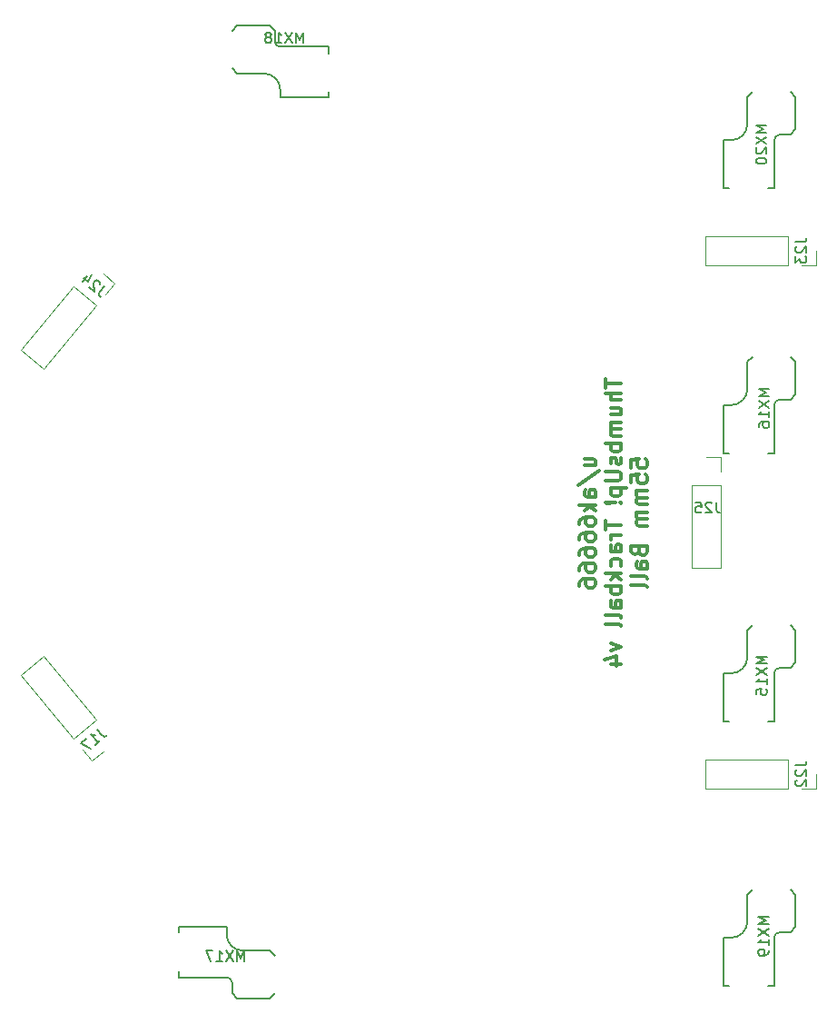
<source format=gbr>
G04 #@! TF.GenerationSoftware,KiCad,Pcbnew,9.0.2*
G04 #@! TF.CreationDate,2025-10-02T21:34:41-04:00*
G04 #@! TF.ProjectId,Trackball,54726163-6b62-4616-9c6c-2e6b69636164,rev?*
G04 #@! TF.SameCoordinates,Original*
G04 #@! TF.FileFunction,Legend,Bot*
G04 #@! TF.FilePolarity,Positive*
%FSLAX46Y46*%
G04 Gerber Fmt 4.6, Leading zero omitted, Abs format (unit mm)*
G04 Created by KiCad (PCBNEW 9.0.2) date 2025-10-02 21:34:41*
%MOMM*%
%LPD*%
G01*
G04 APERTURE LIST*
%ADD10C,0.300000*%
%ADD11C,0.150000*%
%ADD12C,0.120000*%
G04 APERTURE END LIST*
D10*
X426370996Y-97278572D02*
X427370996Y-97278572D01*
X426370996Y-96635714D02*
X427156710Y-96635714D01*
X427156710Y-96635714D02*
X427299568Y-96707143D01*
X427299568Y-96707143D02*
X427370996Y-96850000D01*
X427370996Y-96850000D02*
X427370996Y-97064286D01*
X427370996Y-97064286D02*
X427299568Y-97207143D01*
X427299568Y-97207143D02*
X427228139Y-97278572D01*
X425799568Y-99064286D02*
X427728139Y-97778572D01*
X427370996Y-100207144D02*
X426585282Y-100207144D01*
X426585282Y-100207144D02*
X426442425Y-100135715D01*
X426442425Y-100135715D02*
X426370996Y-99992858D01*
X426370996Y-99992858D02*
X426370996Y-99707144D01*
X426370996Y-99707144D02*
X426442425Y-99564286D01*
X427299568Y-100207144D02*
X427370996Y-100064286D01*
X427370996Y-100064286D02*
X427370996Y-99707144D01*
X427370996Y-99707144D02*
X427299568Y-99564286D01*
X427299568Y-99564286D02*
X427156710Y-99492858D01*
X427156710Y-99492858D02*
X427013853Y-99492858D01*
X427013853Y-99492858D02*
X426870996Y-99564286D01*
X426870996Y-99564286D02*
X426799568Y-99707144D01*
X426799568Y-99707144D02*
X426799568Y-100064286D01*
X426799568Y-100064286D02*
X426728139Y-100207144D01*
X427370996Y-100921429D02*
X425870996Y-100921429D01*
X426799568Y-101064287D02*
X427370996Y-101492858D01*
X426370996Y-101492858D02*
X426942425Y-100921429D01*
X425870996Y-102778573D02*
X425870996Y-102492858D01*
X425870996Y-102492858D02*
X425942425Y-102350001D01*
X425942425Y-102350001D02*
X426013853Y-102278573D01*
X426013853Y-102278573D02*
X426228139Y-102135715D01*
X426228139Y-102135715D02*
X426513853Y-102064287D01*
X426513853Y-102064287D02*
X427085282Y-102064287D01*
X427085282Y-102064287D02*
X427228139Y-102135715D01*
X427228139Y-102135715D02*
X427299568Y-102207144D01*
X427299568Y-102207144D02*
X427370996Y-102350001D01*
X427370996Y-102350001D02*
X427370996Y-102635715D01*
X427370996Y-102635715D02*
X427299568Y-102778573D01*
X427299568Y-102778573D02*
X427228139Y-102850001D01*
X427228139Y-102850001D02*
X427085282Y-102921430D01*
X427085282Y-102921430D02*
X426728139Y-102921430D01*
X426728139Y-102921430D02*
X426585282Y-102850001D01*
X426585282Y-102850001D02*
X426513853Y-102778573D01*
X426513853Y-102778573D02*
X426442425Y-102635715D01*
X426442425Y-102635715D02*
X426442425Y-102350001D01*
X426442425Y-102350001D02*
X426513853Y-102207144D01*
X426513853Y-102207144D02*
X426585282Y-102135715D01*
X426585282Y-102135715D02*
X426728139Y-102064287D01*
X425870996Y-104207144D02*
X425870996Y-103921429D01*
X425870996Y-103921429D02*
X425942425Y-103778572D01*
X425942425Y-103778572D02*
X426013853Y-103707144D01*
X426013853Y-103707144D02*
X426228139Y-103564286D01*
X426228139Y-103564286D02*
X426513853Y-103492858D01*
X426513853Y-103492858D02*
X427085282Y-103492858D01*
X427085282Y-103492858D02*
X427228139Y-103564286D01*
X427228139Y-103564286D02*
X427299568Y-103635715D01*
X427299568Y-103635715D02*
X427370996Y-103778572D01*
X427370996Y-103778572D02*
X427370996Y-104064286D01*
X427370996Y-104064286D02*
X427299568Y-104207144D01*
X427299568Y-104207144D02*
X427228139Y-104278572D01*
X427228139Y-104278572D02*
X427085282Y-104350001D01*
X427085282Y-104350001D02*
X426728139Y-104350001D01*
X426728139Y-104350001D02*
X426585282Y-104278572D01*
X426585282Y-104278572D02*
X426513853Y-104207144D01*
X426513853Y-104207144D02*
X426442425Y-104064286D01*
X426442425Y-104064286D02*
X426442425Y-103778572D01*
X426442425Y-103778572D02*
X426513853Y-103635715D01*
X426513853Y-103635715D02*
X426585282Y-103564286D01*
X426585282Y-103564286D02*
X426728139Y-103492858D01*
X425870996Y-105635715D02*
X425870996Y-105350000D01*
X425870996Y-105350000D02*
X425942425Y-105207143D01*
X425942425Y-105207143D02*
X426013853Y-105135715D01*
X426013853Y-105135715D02*
X426228139Y-104992857D01*
X426228139Y-104992857D02*
X426513853Y-104921429D01*
X426513853Y-104921429D02*
X427085282Y-104921429D01*
X427085282Y-104921429D02*
X427228139Y-104992857D01*
X427228139Y-104992857D02*
X427299568Y-105064286D01*
X427299568Y-105064286D02*
X427370996Y-105207143D01*
X427370996Y-105207143D02*
X427370996Y-105492857D01*
X427370996Y-105492857D02*
X427299568Y-105635715D01*
X427299568Y-105635715D02*
X427228139Y-105707143D01*
X427228139Y-105707143D02*
X427085282Y-105778572D01*
X427085282Y-105778572D02*
X426728139Y-105778572D01*
X426728139Y-105778572D02*
X426585282Y-105707143D01*
X426585282Y-105707143D02*
X426513853Y-105635715D01*
X426513853Y-105635715D02*
X426442425Y-105492857D01*
X426442425Y-105492857D02*
X426442425Y-105207143D01*
X426442425Y-105207143D02*
X426513853Y-105064286D01*
X426513853Y-105064286D02*
X426585282Y-104992857D01*
X426585282Y-104992857D02*
X426728139Y-104921429D01*
X425870996Y-107064286D02*
X425870996Y-106778571D01*
X425870996Y-106778571D02*
X425942425Y-106635714D01*
X425942425Y-106635714D02*
X426013853Y-106564286D01*
X426013853Y-106564286D02*
X426228139Y-106421428D01*
X426228139Y-106421428D02*
X426513853Y-106350000D01*
X426513853Y-106350000D02*
X427085282Y-106350000D01*
X427085282Y-106350000D02*
X427228139Y-106421428D01*
X427228139Y-106421428D02*
X427299568Y-106492857D01*
X427299568Y-106492857D02*
X427370996Y-106635714D01*
X427370996Y-106635714D02*
X427370996Y-106921428D01*
X427370996Y-106921428D02*
X427299568Y-107064286D01*
X427299568Y-107064286D02*
X427228139Y-107135714D01*
X427228139Y-107135714D02*
X427085282Y-107207143D01*
X427085282Y-107207143D02*
X426728139Y-107207143D01*
X426728139Y-107207143D02*
X426585282Y-107135714D01*
X426585282Y-107135714D02*
X426513853Y-107064286D01*
X426513853Y-107064286D02*
X426442425Y-106921428D01*
X426442425Y-106921428D02*
X426442425Y-106635714D01*
X426442425Y-106635714D02*
X426513853Y-106492857D01*
X426513853Y-106492857D02*
X426585282Y-106421428D01*
X426585282Y-106421428D02*
X426728139Y-106350000D01*
X425870996Y-108492857D02*
X425870996Y-108207142D01*
X425870996Y-108207142D02*
X425942425Y-108064285D01*
X425942425Y-108064285D02*
X426013853Y-107992857D01*
X426013853Y-107992857D02*
X426228139Y-107849999D01*
X426228139Y-107849999D02*
X426513853Y-107778571D01*
X426513853Y-107778571D02*
X427085282Y-107778571D01*
X427085282Y-107778571D02*
X427228139Y-107849999D01*
X427228139Y-107849999D02*
X427299568Y-107921428D01*
X427299568Y-107921428D02*
X427370996Y-108064285D01*
X427370996Y-108064285D02*
X427370996Y-108349999D01*
X427370996Y-108349999D02*
X427299568Y-108492857D01*
X427299568Y-108492857D02*
X427228139Y-108564285D01*
X427228139Y-108564285D02*
X427085282Y-108635714D01*
X427085282Y-108635714D02*
X426728139Y-108635714D01*
X426728139Y-108635714D02*
X426585282Y-108564285D01*
X426585282Y-108564285D02*
X426513853Y-108492857D01*
X426513853Y-108492857D02*
X426442425Y-108349999D01*
X426442425Y-108349999D02*
X426442425Y-108064285D01*
X426442425Y-108064285D02*
X426513853Y-107921428D01*
X426513853Y-107921428D02*
X426585282Y-107849999D01*
X426585282Y-107849999D02*
X426728139Y-107778571D01*
X428285912Y-89171429D02*
X428285912Y-90028572D01*
X429785912Y-89600000D02*
X428285912Y-89600000D01*
X429785912Y-90528571D02*
X428285912Y-90528571D01*
X429785912Y-91171429D02*
X429000198Y-91171429D01*
X429000198Y-91171429D02*
X428857341Y-91100000D01*
X428857341Y-91100000D02*
X428785912Y-90957143D01*
X428785912Y-90957143D02*
X428785912Y-90742857D01*
X428785912Y-90742857D02*
X428857341Y-90600000D01*
X428857341Y-90600000D02*
X428928769Y-90528571D01*
X428785912Y-92528572D02*
X429785912Y-92528572D01*
X428785912Y-91885714D02*
X429571626Y-91885714D01*
X429571626Y-91885714D02*
X429714484Y-91957143D01*
X429714484Y-91957143D02*
X429785912Y-92100000D01*
X429785912Y-92100000D02*
X429785912Y-92314286D01*
X429785912Y-92314286D02*
X429714484Y-92457143D01*
X429714484Y-92457143D02*
X429643055Y-92528572D01*
X429785912Y-93242857D02*
X428785912Y-93242857D01*
X428928769Y-93242857D02*
X428857341Y-93314286D01*
X428857341Y-93314286D02*
X428785912Y-93457143D01*
X428785912Y-93457143D02*
X428785912Y-93671429D01*
X428785912Y-93671429D02*
X428857341Y-93814286D01*
X428857341Y-93814286D02*
X429000198Y-93885715D01*
X429000198Y-93885715D02*
X429785912Y-93885715D01*
X429000198Y-93885715D02*
X428857341Y-93957143D01*
X428857341Y-93957143D02*
X428785912Y-94100000D01*
X428785912Y-94100000D02*
X428785912Y-94314286D01*
X428785912Y-94314286D02*
X428857341Y-94457143D01*
X428857341Y-94457143D02*
X429000198Y-94528572D01*
X429000198Y-94528572D02*
X429785912Y-94528572D01*
X429785912Y-95242857D02*
X428285912Y-95242857D01*
X428857341Y-95242857D02*
X428785912Y-95385715D01*
X428785912Y-95385715D02*
X428785912Y-95671429D01*
X428785912Y-95671429D02*
X428857341Y-95814286D01*
X428857341Y-95814286D02*
X428928769Y-95885715D01*
X428928769Y-95885715D02*
X429071626Y-95957143D01*
X429071626Y-95957143D02*
X429500198Y-95957143D01*
X429500198Y-95957143D02*
X429643055Y-95885715D01*
X429643055Y-95885715D02*
X429714484Y-95814286D01*
X429714484Y-95814286D02*
X429785912Y-95671429D01*
X429785912Y-95671429D02*
X429785912Y-95385715D01*
X429785912Y-95385715D02*
X429714484Y-95242857D01*
X429714484Y-96528572D02*
X429785912Y-96671429D01*
X429785912Y-96671429D02*
X429785912Y-96957143D01*
X429785912Y-96957143D02*
X429714484Y-97100000D01*
X429714484Y-97100000D02*
X429571626Y-97171429D01*
X429571626Y-97171429D02*
X429500198Y-97171429D01*
X429500198Y-97171429D02*
X429357341Y-97100000D01*
X429357341Y-97100000D02*
X429285912Y-96957143D01*
X429285912Y-96957143D02*
X429285912Y-96742858D01*
X429285912Y-96742858D02*
X429214484Y-96600000D01*
X429214484Y-96600000D02*
X429071626Y-96528572D01*
X429071626Y-96528572D02*
X429000198Y-96528572D01*
X429000198Y-96528572D02*
X428857341Y-96600000D01*
X428857341Y-96600000D02*
X428785912Y-96742858D01*
X428785912Y-96742858D02*
X428785912Y-96957143D01*
X428785912Y-96957143D02*
X428857341Y-97100000D01*
X428285912Y-97814286D02*
X429500198Y-97814286D01*
X429500198Y-97814286D02*
X429643055Y-97885715D01*
X429643055Y-97885715D02*
X429714484Y-97957144D01*
X429714484Y-97957144D02*
X429785912Y-98100001D01*
X429785912Y-98100001D02*
X429785912Y-98385715D01*
X429785912Y-98385715D02*
X429714484Y-98528572D01*
X429714484Y-98528572D02*
X429643055Y-98600001D01*
X429643055Y-98600001D02*
X429500198Y-98671429D01*
X429500198Y-98671429D02*
X428285912Y-98671429D01*
X428785912Y-99385715D02*
X430285912Y-99385715D01*
X428857341Y-99385715D02*
X428785912Y-99528573D01*
X428785912Y-99528573D02*
X428785912Y-99814287D01*
X428785912Y-99814287D02*
X428857341Y-99957144D01*
X428857341Y-99957144D02*
X428928769Y-100028573D01*
X428928769Y-100028573D02*
X429071626Y-100100001D01*
X429071626Y-100100001D02*
X429500198Y-100100001D01*
X429500198Y-100100001D02*
X429643055Y-100028573D01*
X429643055Y-100028573D02*
X429714484Y-99957144D01*
X429714484Y-99957144D02*
X429785912Y-99814287D01*
X429785912Y-99814287D02*
X429785912Y-99528573D01*
X429785912Y-99528573D02*
X429714484Y-99385715D01*
X429643055Y-100742858D02*
X429714484Y-100814287D01*
X429714484Y-100814287D02*
X429785912Y-100742858D01*
X429785912Y-100742858D02*
X429714484Y-100671430D01*
X429714484Y-100671430D02*
X429643055Y-100742858D01*
X429643055Y-100742858D02*
X429785912Y-100742858D01*
X429214484Y-100742858D02*
X428357341Y-100671430D01*
X428357341Y-100671430D02*
X428285912Y-100742858D01*
X428285912Y-100742858D02*
X428357341Y-100814287D01*
X428357341Y-100814287D02*
X429214484Y-100742858D01*
X429214484Y-100742858D02*
X428285912Y-100742858D01*
X428285912Y-102385716D02*
X428285912Y-103242859D01*
X429785912Y-102814287D02*
X428285912Y-102814287D01*
X429785912Y-103742858D02*
X428785912Y-103742858D01*
X429071626Y-103742858D02*
X428928769Y-103814287D01*
X428928769Y-103814287D02*
X428857341Y-103885716D01*
X428857341Y-103885716D02*
X428785912Y-104028573D01*
X428785912Y-104028573D02*
X428785912Y-104171430D01*
X429785912Y-105314287D02*
X429000198Y-105314287D01*
X429000198Y-105314287D02*
X428857341Y-105242858D01*
X428857341Y-105242858D02*
X428785912Y-105100001D01*
X428785912Y-105100001D02*
X428785912Y-104814287D01*
X428785912Y-104814287D02*
X428857341Y-104671429D01*
X429714484Y-105314287D02*
X429785912Y-105171429D01*
X429785912Y-105171429D02*
X429785912Y-104814287D01*
X429785912Y-104814287D02*
X429714484Y-104671429D01*
X429714484Y-104671429D02*
X429571626Y-104600001D01*
X429571626Y-104600001D02*
X429428769Y-104600001D01*
X429428769Y-104600001D02*
X429285912Y-104671429D01*
X429285912Y-104671429D02*
X429214484Y-104814287D01*
X429214484Y-104814287D02*
X429214484Y-105171429D01*
X429214484Y-105171429D02*
X429143055Y-105314287D01*
X429714484Y-106671430D02*
X429785912Y-106528572D01*
X429785912Y-106528572D02*
X429785912Y-106242858D01*
X429785912Y-106242858D02*
X429714484Y-106100001D01*
X429714484Y-106100001D02*
X429643055Y-106028572D01*
X429643055Y-106028572D02*
X429500198Y-105957144D01*
X429500198Y-105957144D02*
X429071626Y-105957144D01*
X429071626Y-105957144D02*
X428928769Y-106028572D01*
X428928769Y-106028572D02*
X428857341Y-106100001D01*
X428857341Y-106100001D02*
X428785912Y-106242858D01*
X428785912Y-106242858D02*
X428785912Y-106528572D01*
X428785912Y-106528572D02*
X428857341Y-106671430D01*
X429785912Y-107314286D02*
X428285912Y-107314286D01*
X429214484Y-107457144D02*
X429785912Y-107885715D01*
X428785912Y-107885715D02*
X429357341Y-107314286D01*
X429785912Y-108528572D02*
X428285912Y-108528572D01*
X428857341Y-108528572D02*
X428785912Y-108671430D01*
X428785912Y-108671430D02*
X428785912Y-108957144D01*
X428785912Y-108957144D02*
X428857341Y-109100001D01*
X428857341Y-109100001D02*
X428928769Y-109171430D01*
X428928769Y-109171430D02*
X429071626Y-109242858D01*
X429071626Y-109242858D02*
X429500198Y-109242858D01*
X429500198Y-109242858D02*
X429643055Y-109171430D01*
X429643055Y-109171430D02*
X429714484Y-109100001D01*
X429714484Y-109100001D02*
X429785912Y-108957144D01*
X429785912Y-108957144D02*
X429785912Y-108671430D01*
X429785912Y-108671430D02*
X429714484Y-108528572D01*
X429785912Y-110528573D02*
X429000198Y-110528573D01*
X429000198Y-110528573D02*
X428857341Y-110457144D01*
X428857341Y-110457144D02*
X428785912Y-110314287D01*
X428785912Y-110314287D02*
X428785912Y-110028573D01*
X428785912Y-110028573D02*
X428857341Y-109885715D01*
X429714484Y-110528573D02*
X429785912Y-110385715D01*
X429785912Y-110385715D02*
X429785912Y-110028573D01*
X429785912Y-110028573D02*
X429714484Y-109885715D01*
X429714484Y-109885715D02*
X429571626Y-109814287D01*
X429571626Y-109814287D02*
X429428769Y-109814287D01*
X429428769Y-109814287D02*
X429285912Y-109885715D01*
X429285912Y-109885715D02*
X429214484Y-110028573D01*
X429214484Y-110028573D02*
X429214484Y-110385715D01*
X429214484Y-110385715D02*
X429143055Y-110528573D01*
X429785912Y-111457144D02*
X429714484Y-111314287D01*
X429714484Y-111314287D02*
X429571626Y-111242858D01*
X429571626Y-111242858D02*
X428285912Y-111242858D01*
X429785912Y-112242858D02*
X429714484Y-112100001D01*
X429714484Y-112100001D02*
X429571626Y-112028572D01*
X429571626Y-112028572D02*
X428285912Y-112028572D01*
X428785912Y-113814286D02*
X429785912Y-114171429D01*
X429785912Y-114171429D02*
X428785912Y-114528572D01*
X428785912Y-115742858D02*
X429785912Y-115742858D01*
X428214484Y-115385715D02*
X429285912Y-115028572D01*
X429285912Y-115028572D02*
X429285912Y-115957143D01*
X430700828Y-97457143D02*
X430700828Y-96742857D01*
X430700828Y-96742857D02*
X431415114Y-96671429D01*
X431415114Y-96671429D02*
X431343685Y-96742857D01*
X431343685Y-96742857D02*
X431272257Y-96885715D01*
X431272257Y-96885715D02*
X431272257Y-97242857D01*
X431272257Y-97242857D02*
X431343685Y-97385715D01*
X431343685Y-97385715D02*
X431415114Y-97457143D01*
X431415114Y-97457143D02*
X431557971Y-97528572D01*
X431557971Y-97528572D02*
X431915114Y-97528572D01*
X431915114Y-97528572D02*
X432057971Y-97457143D01*
X432057971Y-97457143D02*
X432129400Y-97385715D01*
X432129400Y-97385715D02*
X432200828Y-97242857D01*
X432200828Y-97242857D02*
X432200828Y-96885715D01*
X432200828Y-96885715D02*
X432129400Y-96742857D01*
X432129400Y-96742857D02*
X432057971Y-96671429D01*
X430700828Y-98885714D02*
X430700828Y-98171428D01*
X430700828Y-98171428D02*
X431415114Y-98100000D01*
X431415114Y-98100000D02*
X431343685Y-98171428D01*
X431343685Y-98171428D02*
X431272257Y-98314286D01*
X431272257Y-98314286D02*
X431272257Y-98671428D01*
X431272257Y-98671428D02*
X431343685Y-98814286D01*
X431343685Y-98814286D02*
X431415114Y-98885714D01*
X431415114Y-98885714D02*
X431557971Y-98957143D01*
X431557971Y-98957143D02*
X431915114Y-98957143D01*
X431915114Y-98957143D02*
X432057971Y-98885714D01*
X432057971Y-98885714D02*
X432129400Y-98814286D01*
X432129400Y-98814286D02*
X432200828Y-98671428D01*
X432200828Y-98671428D02*
X432200828Y-98314286D01*
X432200828Y-98314286D02*
X432129400Y-98171428D01*
X432129400Y-98171428D02*
X432057971Y-98100000D01*
X432200828Y-99599999D02*
X431200828Y-99599999D01*
X431343685Y-99599999D02*
X431272257Y-99671428D01*
X431272257Y-99671428D02*
X431200828Y-99814285D01*
X431200828Y-99814285D02*
X431200828Y-100028571D01*
X431200828Y-100028571D02*
X431272257Y-100171428D01*
X431272257Y-100171428D02*
X431415114Y-100242857D01*
X431415114Y-100242857D02*
X432200828Y-100242857D01*
X431415114Y-100242857D02*
X431272257Y-100314285D01*
X431272257Y-100314285D02*
X431200828Y-100457142D01*
X431200828Y-100457142D02*
X431200828Y-100671428D01*
X431200828Y-100671428D02*
X431272257Y-100814285D01*
X431272257Y-100814285D02*
X431415114Y-100885714D01*
X431415114Y-100885714D02*
X432200828Y-100885714D01*
X432200828Y-101599999D02*
X431200828Y-101599999D01*
X431343685Y-101599999D02*
X431272257Y-101671428D01*
X431272257Y-101671428D02*
X431200828Y-101814285D01*
X431200828Y-101814285D02*
X431200828Y-102028571D01*
X431200828Y-102028571D02*
X431272257Y-102171428D01*
X431272257Y-102171428D02*
X431415114Y-102242857D01*
X431415114Y-102242857D02*
X432200828Y-102242857D01*
X431415114Y-102242857D02*
X431272257Y-102314285D01*
X431272257Y-102314285D02*
X431200828Y-102457142D01*
X431200828Y-102457142D02*
X431200828Y-102671428D01*
X431200828Y-102671428D02*
X431272257Y-102814285D01*
X431272257Y-102814285D02*
X431415114Y-102885714D01*
X431415114Y-102885714D02*
X432200828Y-102885714D01*
X431415114Y-105242856D02*
X431486542Y-105457142D01*
X431486542Y-105457142D02*
X431557971Y-105528571D01*
X431557971Y-105528571D02*
X431700828Y-105599999D01*
X431700828Y-105599999D02*
X431915114Y-105599999D01*
X431915114Y-105599999D02*
X432057971Y-105528571D01*
X432057971Y-105528571D02*
X432129400Y-105457142D01*
X432129400Y-105457142D02*
X432200828Y-105314285D01*
X432200828Y-105314285D02*
X432200828Y-104742856D01*
X432200828Y-104742856D02*
X430700828Y-104742856D01*
X430700828Y-104742856D02*
X430700828Y-105242856D01*
X430700828Y-105242856D02*
X430772257Y-105385714D01*
X430772257Y-105385714D02*
X430843685Y-105457142D01*
X430843685Y-105457142D02*
X430986542Y-105528571D01*
X430986542Y-105528571D02*
X431129400Y-105528571D01*
X431129400Y-105528571D02*
X431272257Y-105457142D01*
X431272257Y-105457142D02*
X431343685Y-105385714D01*
X431343685Y-105385714D02*
X431415114Y-105242856D01*
X431415114Y-105242856D02*
X431415114Y-104742856D01*
X432200828Y-106885714D02*
X431415114Y-106885714D01*
X431415114Y-106885714D02*
X431272257Y-106814285D01*
X431272257Y-106814285D02*
X431200828Y-106671428D01*
X431200828Y-106671428D02*
X431200828Y-106385714D01*
X431200828Y-106385714D02*
X431272257Y-106242856D01*
X432129400Y-106885714D02*
X432200828Y-106742856D01*
X432200828Y-106742856D02*
X432200828Y-106385714D01*
X432200828Y-106385714D02*
X432129400Y-106242856D01*
X432129400Y-106242856D02*
X431986542Y-106171428D01*
X431986542Y-106171428D02*
X431843685Y-106171428D01*
X431843685Y-106171428D02*
X431700828Y-106242856D01*
X431700828Y-106242856D02*
X431629400Y-106385714D01*
X431629400Y-106385714D02*
X431629400Y-106742856D01*
X431629400Y-106742856D02*
X431557971Y-106885714D01*
X432200828Y-107814285D02*
X432129400Y-107671428D01*
X432129400Y-107671428D02*
X431986542Y-107599999D01*
X431986542Y-107599999D02*
X430700828Y-107599999D01*
X432200828Y-108599999D02*
X432129400Y-108457142D01*
X432129400Y-108457142D02*
X431986542Y-108385713D01*
X431986542Y-108385713D02*
X430700828Y-108385713D01*
D11*
X394636904Y-143463819D02*
X394636904Y-142463819D01*
X394636904Y-142463819D02*
X394303571Y-143178104D01*
X394303571Y-143178104D02*
X393970238Y-142463819D01*
X393970238Y-142463819D02*
X393970238Y-143463819D01*
X393589285Y-142463819D02*
X392922619Y-143463819D01*
X392922619Y-142463819D02*
X393589285Y-143463819D01*
X392017857Y-143463819D02*
X392589285Y-143463819D01*
X392303571Y-143463819D02*
X392303571Y-142463819D01*
X392303571Y-142463819D02*
X392398809Y-142606676D01*
X392398809Y-142606676D02*
X392494047Y-142701914D01*
X392494047Y-142701914D02*
X392589285Y-142749533D01*
X391684523Y-142463819D02*
X391017857Y-142463819D01*
X391017857Y-142463819D02*
X391446428Y-143463819D01*
X443547819Y-139347095D02*
X442547819Y-139347095D01*
X442547819Y-139347095D02*
X443262104Y-139680428D01*
X443262104Y-139680428D02*
X442547819Y-140013761D01*
X442547819Y-140013761D02*
X443547819Y-140013761D01*
X442547819Y-140394714D02*
X443547819Y-141061380D01*
X442547819Y-141061380D02*
X443547819Y-140394714D01*
X443547819Y-141966142D02*
X443547819Y-141394714D01*
X443547819Y-141680428D02*
X442547819Y-141680428D01*
X442547819Y-141680428D02*
X442690676Y-141585190D01*
X442690676Y-141585190D02*
X442785914Y-141489952D01*
X442785914Y-141489952D02*
X442833533Y-141394714D01*
X443547819Y-142442333D02*
X443547819Y-142632809D01*
X443547819Y-142632809D02*
X443500200Y-142728047D01*
X443500200Y-142728047D02*
X443452580Y-142775666D01*
X443452580Y-142775666D02*
X443309723Y-142870904D01*
X443309723Y-142870904D02*
X443119247Y-142918523D01*
X443119247Y-142918523D02*
X442738295Y-142918523D01*
X442738295Y-142918523D02*
X442643057Y-142870904D01*
X442643057Y-142870904D02*
X442595438Y-142823285D01*
X442595438Y-142823285D02*
X442547819Y-142728047D01*
X442547819Y-142728047D02*
X442547819Y-142537571D01*
X442547819Y-142537571D02*
X442595438Y-142442333D01*
X442595438Y-142442333D02*
X442643057Y-142394714D01*
X442643057Y-142394714D02*
X442738295Y-142347095D01*
X442738295Y-142347095D02*
X442976390Y-142347095D01*
X442976390Y-142347095D02*
X443071628Y-142394714D01*
X443071628Y-142394714D02*
X443119247Y-142442333D01*
X443119247Y-142442333D02*
X443166866Y-142537571D01*
X443166866Y-142537571D02*
X443166866Y-142728047D01*
X443166866Y-142728047D02*
X443119247Y-142823285D01*
X443119247Y-142823285D02*
X443071628Y-142870904D01*
X443071628Y-142870904D02*
X442976390Y-142918523D01*
X443579819Y-90163095D02*
X442579819Y-90163095D01*
X442579819Y-90163095D02*
X443294104Y-90496428D01*
X443294104Y-90496428D02*
X442579819Y-90829761D01*
X442579819Y-90829761D02*
X443579819Y-90829761D01*
X442579819Y-91210714D02*
X443579819Y-91877380D01*
X442579819Y-91877380D02*
X443579819Y-91210714D01*
X443579819Y-92782142D02*
X443579819Y-92210714D01*
X443579819Y-92496428D02*
X442579819Y-92496428D01*
X442579819Y-92496428D02*
X442722676Y-92401190D01*
X442722676Y-92401190D02*
X442817914Y-92305952D01*
X442817914Y-92305952D02*
X442865533Y-92210714D01*
X442579819Y-93639285D02*
X442579819Y-93448809D01*
X442579819Y-93448809D02*
X442627438Y-93353571D01*
X442627438Y-93353571D02*
X442675057Y-93305952D01*
X442675057Y-93305952D02*
X442817914Y-93210714D01*
X442817914Y-93210714D02*
X443008390Y-93163095D01*
X443008390Y-93163095D02*
X443389342Y-93163095D01*
X443389342Y-93163095D02*
X443484580Y-93210714D01*
X443484580Y-93210714D02*
X443532200Y-93258333D01*
X443532200Y-93258333D02*
X443579819Y-93353571D01*
X443579819Y-93353571D02*
X443579819Y-93544047D01*
X443579819Y-93544047D02*
X443532200Y-93639285D01*
X443532200Y-93639285D02*
X443484580Y-93686904D01*
X443484580Y-93686904D02*
X443389342Y-93734523D01*
X443389342Y-93734523D02*
X443151247Y-93734523D01*
X443151247Y-93734523D02*
X443056009Y-93686904D01*
X443056009Y-93686904D02*
X443008390Y-93639285D01*
X443008390Y-93639285D02*
X442960771Y-93544047D01*
X442960771Y-93544047D02*
X442960771Y-93353571D01*
X442960771Y-93353571D02*
X443008390Y-93258333D01*
X443008390Y-93258333D02*
X443056009Y-93210714D01*
X443056009Y-93210714D02*
X443151247Y-93163095D01*
X400136904Y-57895819D02*
X400136904Y-56895819D01*
X400136904Y-56895819D02*
X399803571Y-57610104D01*
X399803571Y-57610104D02*
X399470238Y-56895819D01*
X399470238Y-56895819D02*
X399470238Y-57895819D01*
X399089285Y-56895819D02*
X398422619Y-57895819D01*
X398422619Y-56895819D02*
X399089285Y-57895819D01*
X397517857Y-57895819D02*
X398089285Y-57895819D01*
X397803571Y-57895819D02*
X397803571Y-56895819D01*
X397803571Y-56895819D02*
X397898809Y-57038676D01*
X397898809Y-57038676D02*
X397994047Y-57133914D01*
X397994047Y-57133914D02*
X398089285Y-57181533D01*
X396946428Y-57324390D02*
X397041666Y-57276771D01*
X397041666Y-57276771D02*
X397089285Y-57229152D01*
X397089285Y-57229152D02*
X397136904Y-57133914D01*
X397136904Y-57133914D02*
X397136904Y-57086295D01*
X397136904Y-57086295D02*
X397089285Y-56991057D01*
X397089285Y-56991057D02*
X397041666Y-56943438D01*
X397041666Y-56943438D02*
X396946428Y-56895819D01*
X396946428Y-56895819D02*
X396755952Y-56895819D01*
X396755952Y-56895819D02*
X396660714Y-56943438D01*
X396660714Y-56943438D02*
X396613095Y-56991057D01*
X396613095Y-56991057D02*
X396565476Y-57086295D01*
X396565476Y-57086295D02*
X396565476Y-57133914D01*
X396565476Y-57133914D02*
X396613095Y-57229152D01*
X396613095Y-57229152D02*
X396660714Y-57276771D01*
X396660714Y-57276771D02*
X396755952Y-57324390D01*
X396755952Y-57324390D02*
X396946428Y-57324390D01*
X396946428Y-57324390D02*
X397041666Y-57372009D01*
X397041666Y-57372009D02*
X397089285Y-57419628D01*
X397089285Y-57419628D02*
X397136904Y-57514866D01*
X397136904Y-57514866D02*
X397136904Y-57705342D01*
X397136904Y-57705342D02*
X397089285Y-57800580D01*
X397089285Y-57800580D02*
X397041666Y-57848200D01*
X397041666Y-57848200D02*
X396946428Y-57895819D01*
X396946428Y-57895819D02*
X396755952Y-57895819D01*
X396755952Y-57895819D02*
X396660714Y-57848200D01*
X396660714Y-57848200D02*
X396613095Y-57800580D01*
X396613095Y-57800580D02*
X396565476Y-57705342D01*
X396565476Y-57705342D02*
X396565476Y-57514866D01*
X396565476Y-57514866D02*
X396613095Y-57419628D01*
X396613095Y-57419628D02*
X396660714Y-57372009D01*
X396660714Y-57372009D02*
X396755952Y-57324390D01*
X443329819Y-65582095D02*
X442329819Y-65582095D01*
X442329819Y-65582095D02*
X443044104Y-65915428D01*
X443044104Y-65915428D02*
X442329819Y-66248761D01*
X442329819Y-66248761D02*
X443329819Y-66248761D01*
X442329819Y-66629714D02*
X443329819Y-67296380D01*
X442329819Y-67296380D02*
X443329819Y-66629714D01*
X442425057Y-67629714D02*
X442377438Y-67677333D01*
X442377438Y-67677333D02*
X442329819Y-67772571D01*
X442329819Y-67772571D02*
X442329819Y-68010666D01*
X442329819Y-68010666D02*
X442377438Y-68105904D01*
X442377438Y-68105904D02*
X442425057Y-68153523D01*
X442425057Y-68153523D02*
X442520295Y-68201142D01*
X442520295Y-68201142D02*
X442615533Y-68201142D01*
X442615533Y-68201142D02*
X442758390Y-68153523D01*
X442758390Y-68153523D02*
X443329819Y-67582095D01*
X443329819Y-67582095D02*
X443329819Y-68201142D01*
X442329819Y-68820190D02*
X442329819Y-68915428D01*
X442329819Y-68915428D02*
X442377438Y-69010666D01*
X442377438Y-69010666D02*
X442425057Y-69058285D01*
X442425057Y-69058285D02*
X442520295Y-69105904D01*
X442520295Y-69105904D02*
X442710771Y-69153523D01*
X442710771Y-69153523D02*
X442948866Y-69153523D01*
X442948866Y-69153523D02*
X443139342Y-69105904D01*
X443139342Y-69105904D02*
X443234580Y-69058285D01*
X443234580Y-69058285D02*
X443282200Y-69010666D01*
X443282200Y-69010666D02*
X443329819Y-68915428D01*
X443329819Y-68915428D02*
X443329819Y-68820190D01*
X443329819Y-68820190D02*
X443282200Y-68724952D01*
X443282200Y-68724952D02*
X443234580Y-68677333D01*
X443234580Y-68677333D02*
X443139342Y-68629714D01*
X443139342Y-68629714D02*
X442948866Y-68582095D01*
X442948866Y-68582095D02*
X442710771Y-68582095D01*
X442710771Y-68582095D02*
X442520295Y-68629714D01*
X442520295Y-68629714D02*
X442425057Y-68677333D01*
X442425057Y-68677333D02*
X442377438Y-68724952D01*
X442377438Y-68724952D02*
X442329819Y-68820190D01*
X443379819Y-115063095D02*
X442379819Y-115063095D01*
X442379819Y-115063095D02*
X443094104Y-115396428D01*
X443094104Y-115396428D02*
X442379819Y-115729761D01*
X442379819Y-115729761D02*
X443379819Y-115729761D01*
X442379819Y-116110714D02*
X443379819Y-116777380D01*
X442379819Y-116777380D02*
X443379819Y-116110714D01*
X443379819Y-117682142D02*
X443379819Y-117110714D01*
X443379819Y-117396428D02*
X442379819Y-117396428D01*
X442379819Y-117396428D02*
X442522676Y-117301190D01*
X442522676Y-117301190D02*
X442617914Y-117205952D01*
X442617914Y-117205952D02*
X442665533Y-117110714D01*
X442379819Y-118586904D02*
X442379819Y-118110714D01*
X442379819Y-118110714D02*
X442856009Y-118063095D01*
X442856009Y-118063095D02*
X442808390Y-118110714D01*
X442808390Y-118110714D02*
X442760771Y-118205952D01*
X442760771Y-118205952D02*
X442760771Y-118444047D01*
X442760771Y-118444047D02*
X442808390Y-118539285D01*
X442808390Y-118539285D02*
X442856009Y-118586904D01*
X442856009Y-118586904D02*
X442951247Y-118634523D01*
X442951247Y-118634523D02*
X443189342Y-118634523D01*
X443189342Y-118634523D02*
X443284580Y-118586904D01*
X443284580Y-118586904D02*
X443332200Y-118539285D01*
X443332200Y-118539285D02*
X443379819Y-118444047D01*
X443379819Y-118444047D02*
X443379819Y-118205952D01*
X443379819Y-118205952D02*
X443332200Y-118110714D01*
X443332200Y-118110714D02*
X443284580Y-118063095D01*
X446047819Y-125199476D02*
X446762104Y-125199476D01*
X446762104Y-125199476D02*
X446904961Y-125151857D01*
X446904961Y-125151857D02*
X447000200Y-125056619D01*
X447000200Y-125056619D02*
X447047819Y-124913762D01*
X447047819Y-124913762D02*
X447047819Y-124818524D01*
X446143057Y-125628048D02*
X446095438Y-125675667D01*
X446095438Y-125675667D02*
X446047819Y-125770905D01*
X446047819Y-125770905D02*
X446047819Y-126009000D01*
X446047819Y-126009000D02*
X446095438Y-126104238D01*
X446095438Y-126104238D02*
X446143057Y-126151857D01*
X446143057Y-126151857D02*
X446238295Y-126199476D01*
X446238295Y-126199476D02*
X446333533Y-126199476D01*
X446333533Y-126199476D02*
X446476390Y-126151857D01*
X446476390Y-126151857D02*
X447047819Y-125580429D01*
X447047819Y-125580429D02*
X447047819Y-126199476D01*
X446143057Y-126580429D02*
X446095438Y-126628048D01*
X446095438Y-126628048D02*
X446047819Y-126723286D01*
X446047819Y-126723286D02*
X446047819Y-126961381D01*
X446047819Y-126961381D02*
X446095438Y-127056619D01*
X446095438Y-127056619D02*
X446143057Y-127104238D01*
X446143057Y-127104238D02*
X446238295Y-127151857D01*
X446238295Y-127151857D02*
X446333533Y-127151857D01*
X446333533Y-127151857D02*
X446476390Y-127104238D01*
X446476390Y-127104238D02*
X447047819Y-126532810D01*
X447047819Y-126532810D02*
X447047819Y-127151857D01*
X438634523Y-100679819D02*
X438634523Y-101394104D01*
X438634523Y-101394104D02*
X438682142Y-101536961D01*
X438682142Y-101536961D02*
X438777380Y-101632200D01*
X438777380Y-101632200D02*
X438920237Y-101679819D01*
X438920237Y-101679819D02*
X439015475Y-101679819D01*
X438205951Y-100775057D02*
X438158332Y-100727438D01*
X438158332Y-100727438D02*
X438063094Y-100679819D01*
X438063094Y-100679819D02*
X437824999Y-100679819D01*
X437824999Y-100679819D02*
X437729761Y-100727438D01*
X437729761Y-100727438D02*
X437682142Y-100775057D01*
X437682142Y-100775057D02*
X437634523Y-100870295D01*
X437634523Y-100870295D02*
X437634523Y-100965533D01*
X437634523Y-100965533D02*
X437682142Y-101108390D01*
X437682142Y-101108390D02*
X438253570Y-101679819D01*
X438253570Y-101679819D02*
X437634523Y-101679819D01*
X436729761Y-100679819D02*
X437205951Y-100679819D01*
X437205951Y-100679819D02*
X437253570Y-101156009D01*
X437253570Y-101156009D02*
X437205951Y-101108390D01*
X437205951Y-101108390D02*
X437110713Y-101060771D01*
X437110713Y-101060771D02*
X436872618Y-101060771D01*
X436872618Y-101060771D02*
X436777380Y-101108390D01*
X436777380Y-101108390D02*
X436729761Y-101156009D01*
X436729761Y-101156009D02*
X436682142Y-101251247D01*
X436682142Y-101251247D02*
X436682142Y-101489342D01*
X436682142Y-101489342D02*
X436729761Y-101584580D01*
X436729761Y-101584580D02*
X436777380Y-101632200D01*
X436777380Y-101632200D02*
X436872618Y-101679819D01*
X436872618Y-101679819D02*
X437110713Y-101679819D01*
X437110713Y-101679819D02*
X437205951Y-101632200D01*
X437205951Y-101632200D02*
X437253570Y-101584580D01*
X446047819Y-76431476D02*
X446762104Y-76431476D01*
X446762104Y-76431476D02*
X446904961Y-76383857D01*
X446904961Y-76383857D02*
X447000200Y-76288619D01*
X447000200Y-76288619D02*
X447047819Y-76145762D01*
X447047819Y-76145762D02*
X447047819Y-76050524D01*
X446143057Y-76860048D02*
X446095438Y-76907667D01*
X446095438Y-76907667D02*
X446047819Y-77002905D01*
X446047819Y-77002905D02*
X446047819Y-77241000D01*
X446047819Y-77241000D02*
X446095438Y-77336238D01*
X446095438Y-77336238D02*
X446143057Y-77383857D01*
X446143057Y-77383857D02*
X446238295Y-77431476D01*
X446238295Y-77431476D02*
X446333533Y-77431476D01*
X446333533Y-77431476D02*
X446476390Y-77383857D01*
X446476390Y-77383857D02*
X447047819Y-76812429D01*
X447047819Y-76812429D02*
X447047819Y-77431476D01*
X446047819Y-77764810D02*
X446047819Y-78383857D01*
X446047819Y-78383857D02*
X446428771Y-78050524D01*
X446428771Y-78050524D02*
X446428771Y-78193381D01*
X446428771Y-78193381D02*
X446476390Y-78288619D01*
X446476390Y-78288619D02*
X446524009Y-78336238D01*
X446524009Y-78336238D02*
X446619247Y-78383857D01*
X446619247Y-78383857D02*
X446857342Y-78383857D01*
X446857342Y-78383857D02*
X446952580Y-78336238D01*
X446952580Y-78336238D02*
X447000200Y-78288619D01*
X447000200Y-78288619D02*
X447047819Y-78193381D01*
X447047819Y-78193381D02*
X447047819Y-77907667D01*
X447047819Y-77907667D02*
X447000200Y-77812429D01*
X447000200Y-77812429D02*
X446952580Y-77764810D01*
X380868644Y-121873066D02*
X381327778Y-122420241D01*
X381327778Y-122420241D02*
X381456083Y-122499067D01*
X381456083Y-122499067D02*
X381590257Y-122510805D01*
X381590257Y-122510805D02*
X381730301Y-122455457D01*
X381730301Y-122455457D02*
X381803258Y-122394239D01*
X380745387Y-123281898D02*
X381183127Y-122914591D01*
X380964257Y-123098245D02*
X380321469Y-122332200D01*
X380321469Y-122332200D02*
X380486253Y-122380417D01*
X380486253Y-122380417D02*
X380620427Y-122392156D01*
X380620427Y-122392156D02*
X380723993Y-122367416D01*
X379847251Y-122730116D02*
X379336555Y-123158641D01*
X379336555Y-123158641D02*
X380307647Y-123649205D01*
X381569515Y-80551667D02*
X381110381Y-81098842D01*
X381110381Y-81098842D02*
X381055033Y-81238886D01*
X381055033Y-81238886D02*
X381066771Y-81373060D01*
X381066771Y-81373060D02*
X381145597Y-81501365D01*
X381145597Y-81501365D02*
X381218554Y-81562583D01*
X381179992Y-80349143D02*
X381174123Y-80282056D01*
X381174123Y-80282056D02*
X381131775Y-80184360D01*
X381131775Y-80184360D02*
X380949384Y-80031315D01*
X380949384Y-80031315D02*
X380845818Y-80006576D01*
X380845818Y-80006576D02*
X380778731Y-80012445D01*
X380778731Y-80012445D02*
X380681035Y-80054793D01*
X380681035Y-80054793D02*
X380619817Y-80127749D01*
X380619817Y-80127749D02*
X380564468Y-80267793D01*
X380564468Y-80267793D02*
X380634901Y-81072840D01*
X380634901Y-81072840D02*
X380160683Y-80674924D01*
X379932598Y-79613267D02*
X379504073Y-80123963D01*
X380359861Y-79474485D02*
X380083119Y-80174704D01*
X380083119Y-80174704D02*
X379608901Y-79776788D01*
X388475000Y-140259000D02*
X388475000Y-140759000D01*
X388475000Y-144359000D02*
X388475000Y-144959000D01*
X388475000Y-144959000D02*
X392975000Y-144959000D01*
X392975000Y-140259000D02*
X388475000Y-140259000D01*
X392975000Y-140959000D02*
X392975000Y-140259000D01*
X393475000Y-145459000D02*
X393475000Y-146459000D01*
X393975000Y-146959000D02*
X393475000Y-146459000D01*
X396975000Y-142459000D02*
X394475000Y-142459000D01*
X396975000Y-146959000D02*
X393975000Y-146959000D01*
X397475000Y-142959000D02*
X396975000Y-142459000D01*
X397475000Y-146459000D02*
X396975000Y-146959000D01*
X392975000Y-144959000D02*
G75*
G02*
X393475000Y-145459000I-1J-500001D01*
G01*
X394475000Y-142459000D02*
G75*
G02*
X392975000Y-140959000I1J1500001D01*
G01*
X439343000Y-141259000D02*
X439343000Y-145759000D01*
X439343000Y-145759000D02*
X439843000Y-145759000D01*
X440043000Y-141259000D02*
X439343000Y-141259000D01*
X441543000Y-137259000D02*
X441543000Y-139759000D01*
X442043000Y-136759000D02*
X441543000Y-137259000D01*
X443443000Y-145759000D02*
X444043000Y-145759000D01*
X444043000Y-145759000D02*
X444043000Y-141259000D01*
X444543000Y-140759000D02*
X445543000Y-140759000D01*
X445543000Y-136759000D02*
X446043000Y-137259000D01*
X446043000Y-137259000D02*
X446043000Y-140259000D01*
X446043000Y-140259000D02*
X445543000Y-140759000D01*
X441543000Y-139759000D02*
G75*
G02*
X440043000Y-141259000I-1500001J1D01*
G01*
X444043000Y-141259000D02*
G75*
G02*
X444543000Y-140759000I500001J-1D01*
G01*
X439343000Y-91625000D02*
X439343000Y-96125000D01*
X439343000Y-96125000D02*
X439843000Y-96125000D01*
X440043000Y-91625000D02*
X439343000Y-91625000D01*
X441543000Y-87625000D02*
X441543000Y-90125000D01*
X442043000Y-87125000D02*
X441543000Y-87625000D01*
X443443000Y-96125000D02*
X444043000Y-96125000D01*
X444043000Y-96125000D02*
X444043000Y-91625000D01*
X444543000Y-91125000D02*
X445543000Y-91125000D01*
X445543000Y-87125000D02*
X446043000Y-87625000D01*
X446043000Y-87625000D02*
X446043000Y-90625000D01*
X446043000Y-90625000D02*
X445543000Y-91125000D01*
X441543000Y-90125000D02*
G75*
G02*
X440043000Y-91625000I-1500001J1D01*
G01*
X444043000Y-91625000D02*
G75*
G02*
X444543000Y-91125000I500001J-1D01*
G01*
X393475000Y-56741000D02*
X393975000Y-56241000D01*
X393475000Y-60241000D02*
X393975000Y-60741000D01*
X393975000Y-56241000D02*
X396975000Y-56241000D01*
X393975000Y-60741000D02*
X396475000Y-60741000D01*
X396975000Y-56241000D02*
X397475000Y-56741000D01*
X397475000Y-57741000D02*
X397475000Y-56741000D01*
X397975000Y-62241000D02*
X397975000Y-62941000D01*
X397975000Y-62941000D02*
X402475000Y-62941000D01*
X402475000Y-58241000D02*
X397975000Y-58241000D01*
X402475000Y-58841000D02*
X402475000Y-58241000D01*
X402475000Y-62941000D02*
X402475000Y-62441000D01*
X396475000Y-60741000D02*
G75*
G02*
X397975000Y-62241000I-1J-1500001D01*
G01*
X397975000Y-58241000D02*
G75*
G02*
X397475000Y-57741000I1J500001D01*
G01*
X439343000Y-66941000D02*
X439343000Y-71441000D01*
X439343000Y-71441000D02*
X439843000Y-71441000D01*
X440043000Y-66941000D02*
X439343000Y-66941000D01*
X441543000Y-62941000D02*
X441543000Y-65441000D01*
X442043000Y-62441000D02*
X441543000Y-62941000D01*
X443443000Y-71441000D02*
X444043000Y-71441000D01*
X444043000Y-71441000D02*
X444043000Y-66941000D01*
X444543000Y-66441000D02*
X445543000Y-66441000D01*
X445543000Y-62441000D02*
X446043000Y-62941000D01*
X446043000Y-62941000D02*
X446043000Y-65941000D01*
X446043000Y-65941000D02*
X445543000Y-66441000D01*
X441543000Y-65441000D02*
G75*
G02*
X440043000Y-66941000I-1500001J1D01*
G01*
X444043000Y-66941000D02*
G75*
G02*
X444543000Y-66441000I500001J-1D01*
G01*
X439343000Y-116625000D02*
X439343000Y-121125000D01*
X439343000Y-121125000D02*
X439843000Y-121125000D01*
X440043000Y-116625000D02*
X439343000Y-116625000D01*
X441543000Y-112625000D02*
X441543000Y-115125000D01*
X442043000Y-112125000D02*
X441543000Y-112625000D01*
X443443000Y-121125000D02*
X444043000Y-121125000D01*
X444043000Y-121125000D02*
X444043000Y-116625000D01*
X444543000Y-116125000D02*
X445543000Y-116125000D01*
X445543000Y-112125000D02*
X446043000Y-112625000D01*
X446043000Y-112625000D02*
X446043000Y-115625000D01*
X446043000Y-115625000D02*
X445543000Y-116125000D01*
X441543000Y-115125000D02*
G75*
G02*
X440043000Y-116625000I-1500001J1D01*
G01*
X444043000Y-116625000D02*
G75*
G02*
X444543000Y-116125000I500001J-1D01*
G01*
D12*
X437593000Y-127389000D02*
X437593000Y-124629000D01*
X445323000Y-124629000D02*
X437593000Y-124629000D01*
X445323000Y-127389000D02*
X437593000Y-127389000D01*
X445323000Y-127389000D02*
X445323000Y-124629000D01*
X446593000Y-127389000D02*
X447973000Y-127389000D01*
X447973000Y-127389000D02*
X447973000Y-126009000D01*
X436345000Y-99085000D02*
X436345000Y-106815000D01*
X439105000Y-96435000D02*
X437725000Y-96435000D01*
X439105000Y-97815000D02*
X439105000Y-96435000D01*
X439105000Y-99085000D02*
X436345000Y-99085000D01*
X439105000Y-99085000D02*
X439105000Y-106815000D01*
X439105000Y-106815000D02*
X436345000Y-106815000D01*
X437593000Y-78621000D02*
X437593000Y-75861000D01*
X445323000Y-75861000D02*
X437593000Y-75861000D01*
X445323000Y-78621000D02*
X437593000Y-78621000D01*
X445323000Y-78621000D02*
X445323000Y-75861000D01*
X446593000Y-78621000D02*
X447973000Y-78621000D01*
X447973000Y-78621000D02*
X447973000Y-77241000D01*
X373756721Y-116803698D02*
X375871000Y-115029604D01*
X378725467Y-122725222D02*
X373756721Y-116803698D01*
X378725467Y-122725222D02*
X380839750Y-120951128D01*
X379541808Y-123698098D02*
X380428855Y-124755240D01*
X380428855Y-124755240D02*
X381485996Y-123868192D01*
X380839750Y-120951128D02*
X375871000Y-115029604D01*
X375871000Y-88230396D02*
X373756721Y-86456302D01*
X378725467Y-80534778D02*
X373756721Y-86456302D01*
X380839750Y-82308872D02*
X375871000Y-88230396D01*
X380839750Y-82308872D02*
X378725467Y-80534778D01*
X381656090Y-81335996D02*
X382543138Y-80278855D01*
X382543138Y-80278855D02*
X381485996Y-79391808D01*
M02*

</source>
